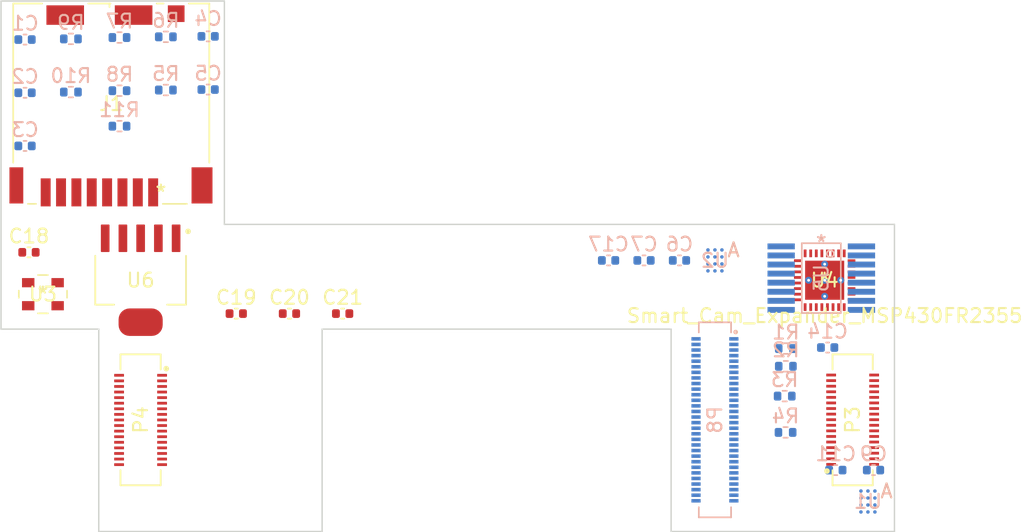
<source format=kicad_pcb>
(kicad_pcb (version 20211014) (generator pcbnew)
  (layers (0 "F.Cu" signal) (31 "B.Cu" signal) (34 "B.Paste" user) (35 "F.Paste" user) (36 "B.SilkS" user "B.Silkscreen") (37 "F.SilkS" user "F.Silkscreen") (38 "B.Mask" user) (39 "F.Mask" user) (44 "Edge.Cuts" user))
  (net 0 "")
  (net 1 "GND")
  (net 2 "+3.3V")
  (net 3 "+1V8")
  (net 4 "+2V8")
  (net 7 "/EXTCLK")
  (net 9 "Net-(P3-Pad12)")
  (net 10 "Net-(P3-Pad13)")
  (net 11 "Net-(P3-Pad14)")
  (net 12 "Net-(P3-Pad15)")
  (net 13 "Net-(P3-Pad16)")
  (net 14 "Net-(P3-Pad17)")
  (net 15 "Net-(P3-Pad18)")
  (net 16 "Net-(P3-Pad19)")
  (net 17 "Net-(P3-Pad21)")
  (net 18 "Net-(P3-Pad22)")
  (net 19 "Net-(P3-Pad24)")
  (net 20 "Net-(P3-Pad25)")
  (net 21 "Net-(P3-Pad27)")
  (net 22 "Net-(P3-Pad28)")
  (net 28 "Net-(P4-Pad12)")
  (net 29 "Net-(P4-Pad13)")
  (net 30 "Net-(P4-Pad18)")
  (net 31 "Net-(P4-Pad19)")
  (net 34 "Net-(P4-Pad24)")
  (net 35 "Net-(P4-Pad25)")
  (net 36 "Net-(P4-Pad27)")
  (net 37 "Net-(P4-Pad28)")
  (net 46 "/LEFT_SCL")
  (net 47 "/RIGHT_SCL")
  (net 48 "/LEFT_SDA")
  (net 49 "/RIGHT_SDA")
  (net 51 "Net-(J1-Pad1)")
  (net 53 "Net-(J1-Pad2)")
  (net 54 "Net-(P8-Pad39)")
  (net 55 "Net-(J1-Pad3)")
  (net 57 "Net-(J1-Pad5)")
  (net 59 "Net-(J1-Pad7)")
  (net 60 "/SENSOR_INT")
  (net 62 "Net-(J1-Pad8)")
  (net 65 "/STEM_SCL")
  (net 66 "/STEM_SDA")
  (net 67 "/LEFT_PWRDN")
  (net 68 "/LEFT_RESET")
  (net 69 "/LEFT_ATT_INT")
  (net 70 "/LEFT_ATT_XSHUT")
  (net 71 "/RIGHT_PWRDN")
  (net 72 "/RIGHT_RESET")
  (net 73 "/RIGHT_ATT_INT")
  (net 74 "/RIGHT_ATT_XSHUT")
  (net 75 "Net-(C20-Pad1)")
  (net 76 "Net-(P8-Pad42)")
  (net 77 "Net-(P8-Pad44)")
  (net 78 "Net-(P8-Pad45)")
  (net 79 "/STEM_INT")
  (net 82 "Net-(R1-Pad2)")
  (net 83 "Net-(R3-Pad1)")
  (net 84 "Net-(R4-Pad1)")
  (net 85 "/SYS_SDA_1V8")
  (net 86 "/SYS_SCL_1V8")
  (net 88 "Net-(J1-Pad9)")
  (net 98 "/MCU_SYS_INT_1V8")
  (net 99 "/STEM_INT_1V8")
  (net 106 "/STEM_SCL_1V8")
  (net 107 "/STEM_SDA_1V8")
  (footprint "MountingHole:MountingHole_2.2mm_M2" (layer "F.Cu") (at 109 85)
    (fp_text reference "H1" hide)
    (fp_text value "Left Side" hide)
    (pad "" np_thru_hole circle (at 0 0) (size 2.2 2.2) (drill 2.2) (layers *.Cu *.Mask))
  )
  (footprint "Ziloo:SOT127P706X180-6N" (layer "F.Cu") (at 63 70 -90)
    (fp_text reference "U6" (at 0 0) (layer "F.SilkS"))
    (fp_text value "TPS79628DCQ" hide)
    (pad "1" smd roundrect (at -3.005 -2.54 270) (size 1.97 0.62) (layers "F.Cu" "F.Paste" "F.Mask") (roundrect_rratio 0.08) (net 2 "+3.3V"))
    (pad "2" smd roundrect (at -3.005 -1.27 270) (size 1.97 0.62) (layers "F.Cu" "F.Paste" "F.Mask") (roundrect_rratio 0.08) (net 2 "+3.3V"))
    (pad "3" smd roundrect (at -3.005 0 270) (size 1.97 0.62) (layers "F.Cu" "F.Paste" "F.Mask") (roundrect_rratio 0.08) (net 1 "GND"))
    (pad "4" smd roundrect (at -3.005 1.27 270) (size 1.97 0.62) (layers "F.Cu" "F.Paste" "F.Mask") (roundrect_rratio 0.08) (net 4 "+2V8"))
    (pad "5" smd roundrect (at -3.005 2.54 270) (size 1.97 0.62) (layers "F.Cu" "F.Paste" "F.Mask") (roundrect_rratio 0.08) (net 75 "Net-(C20-Pad1)"))
    (pad "6" smd roundrect (at 3.005 0 270) (size 1.97 3.16) (layers "F.Cu" "F.Paste" "F.Mask") (roundrect_rratio 0.4) (net 1 "GND"))
  )
  (footprint "Ziloo:HIROSE_DF40C-34DS-0.4V(51)" (layer "F.Cu") (at 63 80 -90)
    (fp_text reference "P4" (at 0 0 90) (layer "F.SilkS"))
    (fp_text value "RIGHT-201" hide)
    (pad "1" smd rect (at -3.190845 -1.535394 270) (size 0.2 0.7) (layers "F.Cu" "F.Mask") (net 2 "+3.3V"))
    (pad "2" smd rect (at -3.190845 1.544606 90) (size 0.2 0.7) (layers "F.Cu" "F.Mask") (net 4 "+2V8"))
    (pad "3" smd rect (at -2.790845 -1.535394 270) (size 0.2 0.7) (layers "F.Cu" "F.Mask") (net 3 "+1V8"))
    (pad "4" smd rect (at -2.790845 1.544606 90) (size 0.2 0.7) (layers "F.Cu" "F.Mask") (net 3 "+1V8"))
    (pad "5" smd rect (at -2.390845 -1.535394 270) (size 0.2 0.7) (layers "F.Cu" "F.Mask") (net 1 "GND"))
    (pad "6" smd rect (at -2.390845 1.544606 90) (size 0.2 0.7) (layers "F.Cu" "F.Mask"))
    (pad "7" smd rect (at -1.990845 -1.535394 270) (size 0.2 0.7) (layers "F.Cu" "F.Mask"))
    (pad "8" smd rect (at -1.990845 1.544606 90) (size 0.2 0.7) (layers "F.Cu" "F.Mask") (net 7 "/EXTCLK"))
    (pad "9" smd rect (at -1.590845 -1.535394 270) (size 0.2 0.7) (layers "F.Cu" "F.Mask") (net 73 "/RIGHT_ATT_INT"))
    (pad "10" smd rect (at -1.590845 1.544606 90) (size 0.2 0.7) (layers "F.Cu" "F.Mask") (net 74 "/RIGHT_ATT_XSHUT"))
    (pad "11" smd rect (at -1.190845 -1.535394 270) (size 0.2 0.7) (layers "F.Cu" "F.Mask"))
    (pad "12" smd rect (at -1.190845 1.544606 90) (size 0.2 0.7) (layers "F.Cu" "F.Mask") (net 28 "Net-(P4-Pad12)"))
    (pad "13" smd rect (at -0.790845 -1.535394 270) (size 0.2 0.7) (layers "F.Cu" "F.Mask") (net 29 "Net-(P4-Pad13)"))
    (pad "14" smd rect (at -0.790845 1.544606 90) (size 0.2 0.7) (layers "F.Cu" "F.Mask") (net 11 "Net-(P3-Pad14)"))
    (pad "15" smd rect (at -0.390845 -1.535394 270) (size 0.2 0.7) (layers "F.Cu" "F.Mask") (net 12 "Net-(P3-Pad15)"))
    (pad "16" smd rect (at -0.390845 1.544606 90) (size 0.2 0.7) (layers "F.Cu" "F.Mask") (net 13 "Net-(P3-Pad16)"))
    (pad "17" smd rect (at 0.009155 -1.535394 270) (size 0.2 0.7) (layers "F.Cu" "F.Mask") (net 14 "Net-(P3-Pad17)"))
    (pad "18" smd rect (at 0.009155 1.544606 90) (size 0.2 0.7) (layers "F.Cu" "F.Mask") (net 30 "Net-(P4-Pad18)"))
    (pad "19" smd rect (at 0.409155 -1.535394 270) (size 0.2 0.7) (layers "F.Cu" "F.Mask") (net 31 "Net-(P4-Pad19)"))
    (pad "20" smd rect (at 0.409155 1.544606 90) (size 0.2 0.7) (layers "F.Cu" "F.Mask") (net 1 "GND"))
    (pad "21" smd rect (at 0.809155 -1.535394 270) (size 0.2 0.7) (layers "F.Cu" "F.Mask"))
    (pad "22" smd rect (at 0.809155 1.544606 90) (size 0.2 0.7) (layers "F.Cu" "F.Mask"))
    (pad "23" smd rect (at 1.209155 -1.535394 270) (size 0.2 0.7) (layers "F.Cu" "F.Mask") (net 1 "GND"))
    (pad "24" smd rect (at 1.209155 1.544606 90) (size 0.2 0.7) (layers "F.Cu" "F.Mask") (net 34 "Net-(P4-Pad24)"))
    (pad "25" smd rect (at 1.609155 -1.535394 270) (size 0.2 0.7) (layers "F.Cu" "F.Mask") (net 35 "Net-(P4-Pad25)"))
    (pad "26" smd rect (at 1.609155 1.544606 90) (size 0.2 0.7) (layers "F.Cu" "F.Mask") (net 1 "GND"))
    (pad "27" smd rect (at 2.009155 -1.535394 270) (size 0.2 0.7) (layers "F.Cu" "F.Mask") (net 36 "Net-(P4-Pad27)"))
    (pad "28" smd rect (at 2.009155 1.544606 90) (size 0.2 0.7) (layers "F.Cu" "F.Mask") (net 37 "Net-(P4-Pad28)"))
    (pad "29" smd rect (at 2.409155 -1.535394 270) (size 0.2 0.7) (layers "F.Cu" "F.Mask") (net 1 "GND"))
    (pad "30" smd rect (at 2.409155 1.544606 90) (size 0.2 0.7) (layers "F.Cu" "F.Mask"))
    (pad "31" smd rect (at 2.809155 -1.535394 270) (size 0.2 0.7) (layers "F.Cu" "F.Mask"))
    (pad "32" smd rect (at 2.809155 1.544606 90) (size 0.2 0.7) (layers "F.Cu" "F.Mask") (net 71 "/RIGHT_PWRDN"))
    (pad "33" smd rect (at 3.209155 -1.535394 270) (size 0.2 0.7) (layers "F.Cu" "F.Mask") (net 72 "/RIGHT_RESET"))
    (pad "34" smd rect (at 3.209155 1.544606 90) (size 0.2 0.7) (layers "F.Cu" "F.Mask") (net 1 "GND"))
  )
  (footprint "Ziloo:ASE-24.000MHZ-LC-T2" (layer "F.Cu") (at 56 71)
    (fp_text reference "U3" (at 0 0) (layer "F.SilkS"))
    (fp_text value "ASE-24.000MHZ-LC-T2" hide)
    (fp_text user "*" (at 0 0) (layer "F.SilkS"))
    (pad "1" smd rect (at -1.0541 -0.825) (size 0.889 0.6604) (layers "F.Cu" "F.Paste" "F.Mask") (net 2 "+3.3V"))
    (pad "2" smd rect (at -1.0541 0.825) (size 0.889 0.6604) (layers "F.Cu" "F.Paste" "F.Mask") (net 1 "GND"))
    (pad "3" smd rect (at 1.0541 0.825) (size 0.889 0.6604) (layers "F.Cu" "F.Paste" "F.Mask") (net 7 "/EXTCLK"))
    (pad "4" smd rect (at 1.0541 -0.825) (size 0.889 0.6604) (layers "F.Cu" "F.Paste" "F.Mask") (net 2 "+3.3V"))
  )
  (footprint "Ziloo:MSP430FR2355TRSMR" (layer "F.Cu") (at 111.999997 70)
    (fp_text reference "U4" (at 0 0) (layer "F.SilkS"))
    (fp_text value "Smart_Cam_Expander_MSP430FR2355" (at 0 2.54) (layer "F.SilkS"))
    (fp_text user "*" (at 0 0) (layer "F.SilkS"))
    (pad "1" smd rect (at -1.925 -1.400002 90) (size 0.2 0.549999) (layers "F.Cu" "F.Paste" "F.Mask"))
    (pad "2" smd rect (at -1.925 -1.000001 90) (size 0.2 0.549999) (layers "F.Cu" "F.Paste" "F.Mask"))
    (pad "3" smd rect (at -1.925 -0.600001 90) (size 0.2 0.549999) (layers "F.Cu" "F.Paste" "F.Mask"))
    (pad "4" smd rect (at -1.925 -0.200002 90) (size 0.2 0.549999) (layers "F.Cu" "F.Paste" "F.Mask"))
    (pad "5" smd rect (at -1.925 0.2 90) (size 0.2 0.549999) (layers "F.Cu" "F.Paste" "F.Mask") (net 3 "+1V8"))
    (pad "6" smd rect (at -1.925 0.599999 90) (size 0.2 0.549999) (layers "F.Cu" "F.Paste" "F.Mask") (net 1 "GND"))
    (pad "7" smd rect (at -1.925 0.999998 90) (size 0.2 0.549999) (layers "F.Cu" "F.Paste" "F.Mask"))
    (pad "8" smd rect (at -1.925 1.4 90) (size 0.2 0.549999) (layers "F.Cu" "F.Paste" "F.Mask"))
    (pad "9" smd rect (at -1.4 1.925) (size 0.2 0.549999) (layers "F.Cu" "F.Paste" "F.Mask"))
    (pad "10" smd rect (at -0.999998 1.925) (size 0.2 0.549999) (layers "F.Cu" "F.Paste" "F.Mask"))
    (pad "11" smd rect (at -0.599999 1.925) (size 0.2 0.549999) (layers "F.Cu" "F.Paste" "F.Mask") (net 86 "/SYS_SCL_1V8"))
    (pad "12" smd rect (at -0.2 1.925) (size 0.2 0.549999) (layers "F.Cu" "F.Paste" "F.Mask") (net 85 "/SYS_SDA_1V8"))
    (pad "13" smd rect (at 0.200002 1.925) (size 0.2 0.549999) (layers "F.Cu" "F.Paste" "F.Mask"))
    (pad "14" smd rect (at 0.600001 1.925) (size 0.2 0.549999) (layers "F.Cu" "F.Paste" "F.Mask"))
    (pad "15" smd rect (at 1.000001 1.925) (size 0.2 0.549999) (layers "F.Cu" "F.Paste" "F.Mask") (net 98 "/MCU_SYS_INT_1V8"))
    (pad "16" smd rect (at 1.400002 1.925) (size 0.2 0.549999) (layers "F.Cu" "F.Paste" "F.Mask") (net 99 "/STEM_INT_1V8"))
    (pad "17" smd rect (at 1.925 1.4 90) (size 0.2 0.549999) (layers "F.Cu" "F.Paste" "F.Mask"))
    (pad "18" smd rect (at 1.925 0.999998 90) (size 0.2 0.549999) (layers "F.Cu" "F.Paste" "F.Mask"))
    (pad "19" smd rect (at 1.925 0.599999 90) (size 0.2 0.549999) (layers "F.Cu" "F.Paste" "F.Mask"))
    (pad "20" smd rect (at 1.925 0.2 90) (size 0.2 0.549999) (layers "F.Cu" "F.Paste" "F.Mask"))
    (pad "21" smd rect (at 1.925 -0.200002 90) (size 0.2 0.549999) (layers "F.Cu" "F.Paste" "F.Mask"))
    (pad "22" smd rect (at 1.925 -0.600001 90) (size 0.2 0.549999) (layers "F.Cu" "F.Paste" "F.Mask"))
    (pad "23" smd rect (at 1.925 -1.000001 90) (size 0.2 0.549999) (layers "F.Cu" "F.Paste" "F.Mask") (net 74 "/RIGHT_ATT_XSHUT"))
    (pad "24" smd rect (at 1.925 -1.400002 90) (size 0.2 0.549999) (layers "F.Cu" "F.Paste" "F.Mask") (net 73 "/RIGHT_ATT_INT"))
    (pad "25" smd rect (at 1.400002 -1.925) (size 0.2 0.549999) (layers "F.Cu" "F.Paste" "F.Mask") (net 72 "/RIGHT_RESET"))
    (pad "26" smd rect (at 1.000001 -1.925) (size 0.2 0.549999) (layers "F.Cu" "F.Paste" "F.Mask") (net 71 "/RIGHT_PWRDN"))
    (pad "27" smd rect (at 0.600001 -1.925) (size 0.2 0.549999) (layers "F.Cu" "F.Paste" "F.Mask") (net 70 "/LEFT_ATT_XSHUT"))
    (pad "28" smd rect (at 0.200002 -1.925) (size 0.2 0.549999) (layers "F.Cu" "F.Paste" "F.Mask") (net 69 "/LEFT_ATT_INT"))
    (pad "29" smd rect (at -0.2 -1.925) (size 0.2 0.549999) (layers "F.Cu" "F.Paste" "F.Mask") (net 68 "/LEFT_RESET"))
    (pad "30" smd rect (at -0.599999 -1.925) (size 0.2 0.549999) (layers "F.Cu" "F.Paste" "F.Mask") (net 67 "/LEFT_PWRDN"))
    (pad "31" smd rect (at -0.999998 -1.925) (size 0.2 0.549999) (layers "F.Cu" "F.Paste" "F.Mask") (net 106 "/STEM_SCL_1V8"))
    (pad "32" smd rect (at -1.4 -1.925) (size 0.2 0.549999) (layers "F.Cu" "F.Paste" "F.Mask") (net 107 "/STEM_SDA_1V8"))
    (pad "33" smd rect (at 0.000003 0) (size 2.799999 2.799999) (layers "F.Cu" "F.Mask"))
    (pad "V" thru_hole circle (at 0.000003 -1.15) (size 0.499999 0.499999) (drill 0.2032) (layers *.Cu *.Mask))
    (pad "V" thru_hole circle (at -1.15 0) (size 0.499999 0.499999) (drill 0.2032) (layers *.Cu *.Mask))
    (pad "V" thru_hole circle (at 0.000003 1.15) (size 0.499999 0.499999) (drill 0.2032) (layers *.Cu *.Mask))
    (pad "V" thru_hole circle (at 1.15 0) (size 0.499999 0.499999) (drill 0.2032) (layers *.Cu *.Mask))
    (pad "V" thru_hole circle (at 0.000003 0) (size 0.499999 0.499999) (drill 0.2032) (layers *.Cu *.Mask))
  )
  (footprint "Capacitor_SMD:C_0402_1005Metric" (layer "F.Cu") (at 55 68)
    (fp_text reference "C18" (at 0 -1.16) (layer "F.SilkS"))
    (fp_text value "0.1uF" hide)
    (pad "1" smd roundrect (at -0.48 0) (size 0.56 0.62) (layers "F.Cu" "F.Paste" "F.Mask") (net 2 "+3.3V"))
    (pad "2" smd roundrect (at 0.48 0) (size 0.56 0.62) (layers "F.Cu" "F.Paste" "F.Mask") (net 1 "GND"))
  )
  (footprint "Capacitor_SMD:C_0402_1005Metric" (layer "F.Cu") (at 77.47 72.39)
    (fp_text reference "C21" (at 0 -1.16) (layer "F.SilkS"))
    (fp_text value "1uF" hide)
    (pad "1" smd roundrect (at -0.48 0) (size 0.56 0.62) (layers "F.Cu" "F.Paste" "F.Mask") (net 4 "+2V8"))
    (pad "2" smd roundrect (at 0.48 0) (size 0.56 0.62) (layers "F.Cu" "F.Paste" "F.Mask") (net 1 "GND"))
  )
  (footprint "Capacitor_SMD:C_0402_1005Metric" (layer "F.Cu") (at 73.66 72.39)
    (fp_text reference "C20" (at 0 -1.16) (layer "F.SilkS"))
    (fp_text value "0.1uF" hide)
    (pad "1" smd roundrect (at -0.48 0) (size 0.56 0.62) (layers "F.Cu" "F.Paste" "F.Mask") (net 75 "Net-(C20-Pad1)"))
    (pad "2" smd roundrect (at 0.48 0) (size 0.56 0.62) (layers "F.Cu" "F.Paste" "F.Mask") (net 1 "GND"))
  )
  (footprint "Ziloo:HIROSE_DF40C-34DS-0.4V(51)" (layer "F.Cu") (at 114 80 90)
    (fp_text reference "P3" (at 0 0 90) (layer "F.SilkS"))
    (fp_text value "LEFT-201" hide)
    (pad "1" smd rect (at -3.190845 -1.535394 90) (size 0.2 0.7) (layers "F.Cu" "F.Mask") (net 2 "+3.3V"))
    (pad "2" smd rect (at -3.190845 1.544606 270) (size 0.2 0.7) (layers "F.Cu" "F.Mask") (net 4 "+2V8"))
    (pad "3" smd rect (at -2.790845 -1.535394 90) (size 0.2 0.7) (layers "F.Cu" "F.Mask") (net 3 "+1V8"))
    (pad "4" smd rect (at -2.790845 1.544606 270) (size 0.2 0.7) (layers "F.Cu" "F.Mask") (net 3 "+1V8"))
    (pad "5" smd rect (at -2.390845 -1.535394 90) (size 0.2 0.7) (layers "F.Cu" "F.Mask") (net 1 "GND"))
    (pad "6" smd rect (at -2.390845 1.544606 270) (size 0.2 0.7) (layers "F.Cu" "F.Mask"))
    (pad "7" smd rect (at -1.990845 -1.535394 90) (size 0.2 0.7) (layers "F.Cu" "F.Mask"))
    (pad "8" smd rect (at -1.990845 1.544606 270) (size 0.2 0.7) (layers "F.Cu" "F.Mask") (net 7 "/EXTCLK"))
    (pad "9" smd rect (at -1.590845 -1.535394 90) (size 0.2 0.7) (layers "F.Cu" "F.Mask") (net 69 "/LEFT_ATT_INT"))
    (pad "10" smd rect (at -1.590845 1.544606 270) (size 0.2 0.7) (layers "F.Cu" "F.Mask") (net 70 "/LEFT_ATT_XSHUT"))
    (pad "11" smd rect (at -1.190845 -1.535394 90) (size 0.2 0.7) (layers "F.Cu" "F.Mask"))
    (pad "12" smd rect (at -1.190845 1.544606 270) (size 0.2 0.7) (layers "F.Cu" "F.Mask") (net 9 "Net-(P3-Pad12)"))
    (pad "13" smd rect (at -0.790845 -1.535394 90) (size 0.2 0.7) (layers "F.Cu" "F.Mask") (net 10 "Net-(P3-Pad13)"))
    (pad "14" smd rect (at -0.790845 1.544606 270) (size 0.2 0.7) (layers "F.Cu" "F.Mask") (net 11 "Net-(P3-Pad14)"))
    (pad "15" smd rect (at -0.390845 -1.535394 90) (size 0.2 0.7) (layers "F.Cu" "F.Mask") (net 12 "Net-(P3-Pad15)"))
    (pad "16" smd rect (at -0.390845 1.544606 270) (size 0.2 0.7) (layers "F.Cu" "F.Mask") (net 13 "Net-(P3-Pad16)"))
    (pad "17" smd rect (at 0.009155 -1.535394 90) (size 0.2 0.7) (layers "F.Cu" "F.Mask") (net 14 "Net-(P3-Pad17)"))
    (pad "18" smd rect (at 0.009155 1.544606 270) (size 0.2 0.7) (layers "F.Cu" "F.Mask") (net 15 "Net-(P3-Pad18)"))
    (pad "19" smd rect (at 0.409155 -1.535394 90) (size 0.2 0.7) (layers "F.Cu" "F.Mask") (net 16 "Net-(P3-Pad19)"))
    (pad "20" smd rect (at 0.409155 1.544606 270) (size 0.2 0.7) (layers "F.Cu" "F.Mask") (net 1 "GND"))
    (pad "21" smd rect (at 0.809155 -1.535394 90) (size 0.2 0.7) (layers "F.Cu" "F.Mask") (net 17 "Net-(P3-Pad21)"))
    (pad "22" smd rect (at 0.809155 1.544606 270) (size 0.2 0.7) (layers "F.Cu" "F.Mask") (net 18 "Net-(P3-Pad22)"))
    (pad "23" smd rect (at 1.209155 -1.535394 90) (size 0.2 0.7) (layers "F.Cu" "F.Mask") (net 1 "GND"))
    (pad "24" smd rect (at 1.209155 1.544606 270) (size 0.2 0.7) (layers "F.Cu" "F.Mask") (net 19 "Net-(P3-Pad24)"))
    (pad "25" smd rect (at 1.609155 -1.535394 90) (size 0.2 0.7) (layers "F.Cu" "F.Mask") (net 20 "Net-(P3-Pad25)"))
    (pad "26" smd rect (at 1.609155 1.544606 270) (size 0.2 0.7) (layers "F.Cu" "F.Mask") (net 1 "GND"))
    (pad "27" smd rect (at 2.009155 -1.535394 90) (size 0.2 0.7) (layers "F.Cu" "F.Mask") (net 21 "Net-(P3-Pad27)"))
    (pad "28" smd rect (at 2.009155 1.544606 270) (size 0.2 0.7) (layers "F.Cu" "F.Mask") (net 22 "Net-(P3-Pad28)"))
    (pad "29" smd rect (at 2.409155 -1.535394 90) (size 0.2 0.7) (layers "F.Cu" "F.Mask") (net 1 "GND"))
    (pad "30" smd rect (at 2.409155 1.544606 270) (size 0.2 0.7) (layers "F.Cu" "F.Mask"))
    (pad "31" smd rect (at 2.809155 -1.535394 90) (size 0.2 0.7) (layers "F.Cu" "F.Mask"))
    (pad "32" smd rect (at 2.809155 1.544606 270) (size 0.2 0.7) (layers "F.Cu" "F.Mask") (net 67 "/LEFT_PWRDN"))
    (pad "33" smd rect (at 3.209155 -1.535394 90) (size 0.2 0.7) (layers "F.Cu" "F.Mask") (net 68 "/LEFT_RESET"))
    (pad "34" smd rect (at 3.209155 1.544606 270) (size 0.2 0.7) (layers "F.Cu" "F.Mask") (net 1 "GND"))
  )
  (footprint "MountingHole:MountingHole_2.2mm_M2" (layer "F.Cu") (at 68 85)
    (fp_text reference "H2" hide)
    (fp_text value "Right Side" hide)
    (pad "" np_thru_hole circle (at 0 0) (size 2.2 2.2) (drill 2.2) (layers *.Cu *.Mask))
  )
  (footprint "Capacitor_SMD:C_0402_1005Metric" (layer "F.Cu") (at 69.85 72.39)
    (fp_text reference "C19" (at 0 -1.16) (layer "F.SilkS"))
    (fp_text value "2.2uF" hide)
    (pad "1" smd roundrect (at -0.48 0) (size 0.56 0.62) (layers "F.Cu" "F.Paste" "F.Mask") (net 2 "+3.3V"))
    (pad "2" smd roundrect (at 0.48 0) (size 0.56 0.62) (layers "F.Cu" "F.Paste" "F.Mask") (net 1 "GND"))
  )
  (footprint "Ziloo:DM3CS-SF" (layer "F.Cu") (at 60.896692 57.354245)
    (fp_text reference "J1" (at 0 0) (layer "F.SilkS"))
    (fp_text value "DM3CS-SF" hide)
    (fp_text user "*" (at 3.556 6.35) (layer "F.SilkS"))
    (fp_text user "*" (at 3.556 6.35) (layer "F.SilkS"))
    (pad "1" smd rect (at 2.999999 6.351501) (size 0.7112 2.0066) (layers "F.Cu" "F.Paste" "F.Mask") (net 51 "Net-(J1-Pad1)"))
    (pad "2" smd rect (at 1.899999 6.351501) (size 0.7112 2.0066) (layers "F.Cu" "F.Paste" "F.Mask") (net 53 "Net-(J1-Pad2)"))
    (pad "3" smd rect (at 0.799998 6.351501) (size 0.7112 2.0066) (layers "F.Cu" "F.Paste" "F.Mask") (net 55 "Net-(J1-Pad3)"))
    (pad "4" smd rect (at -0.300002 6.351501) (size 0.7112 2.0066) (layers "F.Cu" "F.Paste" "F.Mask") (net 2 "+3.3V"))
    (pad "5" smd rect (at -1.400002 6.351501) (size 0.7112 2.0066) (layers "F.Cu" "F.Paste" "F.Mask") (net 57 "Net-(J1-Pad5)"))
    (pad "6" smd rect (at -2.500003 6.351501) (size 0.7112 2.0066) (layers "F.Cu" "F.Paste" "F.Mask") (net 1 "GND"))
    (pad "7" smd rect (at -3.6 6.351501) (size 0.7112 2.0066) (layers "F.Cu" "F.Paste" "F.Mask") (net 59 "Net-(J1-Pad7)"))
    (pad "8" smd rect (at -4.700001 6.351501) (size 0.7112 2.0066) (layers "F.Cu" "F.Paste" "F.Mask") (net 62 "Net-(J1-Pad8)"))
    (pad "9" smd rect (at 1.599999 -6.348499) (size 2.6924 1.397) (layers "F.Cu" "F.Paste" "F.Mask") (net 88 "Net-(J1-Pad9)"))
    (pad "10" smd rect (at -6.799999 5.8515) (size 0.9906 2.5908) (layers "F.Cu" "F.Paste" "F.Mask") (net 1 "GND"))
    (pad "11" smd rect (at -3.300001 -6.348499) (size 2.6924 1.397) (layers "F.Cu" "F.Paste" "F.Mask") (net 1 "GND"))
    (pad "12" smd rect (at 4.650001 -6.448501) (size 1.1938 1.1938) (layers "F.Cu" "F.Paste" "F.Mask") (net 1 "GND"))
    (pad "13" smd rect (at 6.5 5.851499) (size 1.4986 2.5908) (layers "F.Cu" "F.Paste" "F.Mask") (net 1 "GND"))
  )
  (footprint "Capacitor_SMD:C_0402_1005Metric" (layer "B.Cu") (at 54.718528 52.759716 180)
    (fp_text reference "C1" (at 0 1.16) (layer "B.SilkS") (effects (justify mirror)))
    (fp_text value "1uF" hide)
    (pad "1" smd roundrect (at -0.48 0 180) (size 0.56 0.62) (layers "B.Cu" "B.Paste" "B.Mask") (net 1 "GND"))
    (pad "2" smd roundrect (at 0.48 0 180) (size 0.56 0.62) (layers "B.Cu" "B.Paste" "B.Mask") (net 2 "+3.3V"))
  )
  (footprint "Capacitor_SMD:C_0402_1005Metric" (layer "B.Cu") (at 112.8 83.6 180)
    (fp_text reference "C11" (at 0 1.16) (layer "B.SilkS") (effects (justify mirror)))
    (fp_text value "100nF" hide)
    (pad "1" smd roundrect (at -0.48 0 180) (size 0.56 0.62) (layers "B.Cu" "B.Paste" "B.Mask") (net 2 "+3.3V"))
    (pad "2" smd roundrect (at 0.48 0 180) (size 0.56 0.62) (layers "B.Cu" "B.Paste" "B.Mask") (net 1 "GND"))
  )
  (footprint "Ziloo:TCA9534PWR" (layer "B.Cu") (at 111.76 69.85 180)
    (fp_text reference "U5" (at 0 0 90) (layer "B.SilkS") (effects (justify mirror)))
    (fp_text value "TCA9534PWR" hide)
    (fp_text user "*" (at 0 2.54) (layer "B.SilkS") (effects (justify mirror)))
    (pad "1" smd rect (at -2.875384 2.274999 180) (size 1.955432 0.420766) (layers "B.Cu" "B.Paste" "B.Mask") (net 84 "Net-(R4-Pad1)"))
    (pad "2" smd rect (at -2.875384 1.625001 180) (size 1.955432 0.420766) (layers "B.Cu" "B.Paste" "B.Mask") (net 83 "Net-(R3-Pad1)"))
    (pad "3" smd rect (at -2.875384 0.974999 180) (size 1.955432 0.420766) (layers "B.Cu" "B.Paste" "B.Mask") (net 82 "Net-(R1-Pad2)"))
    (pad "4" smd rect (at -2.875384 0.325001 180) (size 1.955432 0.420766) (layers "B.Cu" "B.Paste" "B.Mask") (net 67 "/LEFT_PWRDN"))
    (pad "5" smd rect (at -2.875384 -0.325001 180) (size 1.955432 0.420766) (layers "B.Cu" "B.Paste" "B.Mask") (net 68 "/LEFT_RESET"))
    (pad "6" smd rect (at -2.875384 -0.974999 180) (size 1.955432 0.420766) (layers "B.Cu" "B.Paste" "B.Mask") (net 69 "/LEFT_ATT_INT"))
    (pad "7" smd rect (at -2.875384 -1.625001 180) (size 1.955432 0.420766) (layers "B.Cu" "B.Paste" "B.Mask") (net 70 "/LEFT_ATT_XSHUT"))
    (pad "8" smd rect (at -2.875384 -2.274999 180) (size 1.955432 0.420766) (layers "B.Cu" "B.Paste" "B.Mask") (net 1 "GND"))
    (pad "9" smd rect (at 2.875384 -2.274999 180) (size 1.955432 0.420766) (layers "B.Cu" "B.Paste" "B.Mask") (net 71 "/RIGHT_PWRDN"))
    (pad "10" smd rect (at 2.875384 -1.625001 180) (size 1.955432 0.420766) (layers "B.Cu" "B.Paste" "B.Mask") (net 72 "/RIGHT_RESET"))
    (pad "11" smd rect (at 2.875384 -0.974999 180) (size 1.955432 0.420766) (layers "B.Cu" "B.Paste" "B.Mask") (net 73 "/RIGHT_ATT_INT"))
    (pad "12" smd rect (at 2.875384 -0.325001 180) (size 1.955432 0.420766) (layers "B.Cu" "B.Paste" "B.Mask") (net 74 "/RIGHT_ATT_XSHUT"))
    (pad "13" smd rect (at 2.875384 0.325001 180) (size 1.955432 0.420766) (layers "B.Cu" "B.Paste" "B.Mask") (net 60 "/SENSOR_INT"))
    (pad "14" smd rect (at 2.875384 0.974999 180) (size 1.955432 0.420766) (layers "B.Cu" "B.Paste" "B.Mask") (net 86 "/SYS_SCL_1V8"))
    (pad "15" smd rect (at 2.875384 1.625001 180) (size 1.955432 0.420766) (layers "B.Cu" "B.Paste" "B.Mask") (net 85 "/SYS_SDA_1V8"))
    (pad "16" smd rect (at 2.875384 2.274999 180) (size 1.955432 0.420766) (layers "B.Cu" "B.Paste" "B.Mask") (net 3 "+1V8"))
  )
  (footprint "Resistor_SMD:R_0402_1005Metric" (layer "B.Cu") (at 61.485089 56.422617 180)
    (fp_text reference "R8" (at 0 1.17) (layer "B.SilkS") (effects (justify mirror)))
    (fp_text value "47K" hide)
    (pad "1" smd roundrect (at -0.51 0 180) (size 0.54 0.64) (layers "B.Cu" "B.Paste" "B.Mask") (net 57 "Net-(J1-Pad5)"))
    (pad "2" smd roundrect (at 0.51 0 180) (size 0.54 0.64) (layers "B.Cu" "B.Paste" "B.Mask") (net 2 "+3.3V"))
  )
  (footprint "Resistor_SMD:R_0402_1005Metric" (layer "B.Cu") (at 109.22 76.164032 180)
    (fp_text reference "R2" (at 0 1.17) (layer "B.SilkS") (effects (justify mirror)))
    (fp_text value "10K" hide)
    (pad "1" smd roundrect (at -0.51 0 180) (size 0.54 0.64) (layers "B.Cu" "B.Paste" "B.Mask") (net 3 "+1V8"))
    (pad "2" smd roundrect (at 0.51 0 180) (size 0.54 0.64) (layers "B.Cu" "B.Paste" "B.Mask") (net 60 "/SENSOR_INT"))
  )
  (footprint "Resistor_SMD:R_0402_1005Metric" (layer "B.Cu") (at 64.804759 56.373584 180)
    (fp_text reference "R5" (at 0 1.17) (layer "B.SilkS") (effects (justify mirror)))
    (fp_text value "47K" hide)
    (pad "1" smd roundrect (at -0.51 0 180) (size 0.54 0.64) (layers "B.Cu" "B.Paste" "B.Mask") (net 51 "Net-(J1-Pad1)"))
    (pad "2" smd roundrect (at 0.51 0 180) (size 0.54 0.64) (layers "B.Cu" "B.Paste" "B.Mask") (net 2 "+3.3V"))
  )
  (footprint "Resistor_SMD:R_0402_1005Metric" (layer "B.Cu") (at 58.003743 52.710683 180)
    (fp_text reference "R9" (at 0 1.17) (layer "B.SilkS") (effects (justify mirror)))
    (fp_text value "47K" hide)
    (pad "1" smd roundrect (at -0.51 0 180) (size 0.54 0.64) (layers "B.Cu" "B.Paste" "B.Mask") (net 59 "Net-(J1-Pad7)"))
    (pad "2" smd roundrect (at 0.51 0 180) (size 0.54 0.64) (layers "B.Cu" "B.Paste" "B.Mask") (net 2 "+3.3V"))
  )
  (footprint "Resistor_SMD:R_0402_1005Metric" (layer "B.Cu") (at 61.485089 52.612617 180)
    (fp_text reference "R7" (at 0 1.17) (layer "B.SilkS") (effects (justify mirror)))
    (fp_text value "47K" hide)
    (pad "1" smd roundrect (at -0.51 0 180) (size 0.54 0.64) (layers "B.Cu" "B.Paste" "B.Mask") (net 55 "Net-(J1-Pad3)"))
    (pad "2" smd roundrect (at 0.51 0 180) (size 0.54 0.64) (layers "B.Cu" "B.Paste" "B.Mask") (net 2 "+3.3V"))
  )
  (footprint "Capacitor_SMD:C_0402_1005Metric" (layer "B.Cu") (at 96.52 68.58 180)
    (fp_text reference "C17" (at 0 1.16) (layer "B.SilkS") (effects (justify mirror)))
    (fp_text value "100nF" hide)
    (pad "1" smd roundrect (at -0.48 0 180) (size 0.56 0.62) (layers "B.Cu" "B.Paste" "B.Mask") (net 1 "GND"))
    (pad "2" smd roundrect (at 0.48 0 180) (size 0.56 0.62) (layers "B.Cu" "B.Paste" "B.Mask") (net 3 "+1V8"))
  )
  (footprint "Resistor_SMD:R_0402_1005Metric" (layer "B.Cu") (at 109.22 74.894032 180)
    (fp_text reference "R1" (at 0 1.17) (layer "B.SilkS") (effects (justify mirror)))
    (fp_text value "10K" hide)
    (pad "1" smd roundrect (at -0.51 0 180) (size 0.54 0.64) (layers "B.Cu" "B.Paste" "B.Mask") (net 3 "+1V8"))
    (pad "2" smd roundrect (at 0.51 0 180) (size 0.54 0.64) (layers "B.Cu" "B.Paste" "B.Mask") (net 82 "Net-(R1-Pad2)"))
  )
  (footprint "Resistor_SMD:R_0402_1005Metric" (layer "B.Cu") (at 61.485089 58.962617 180)
    (fp_text reference "R11" (at 0 1.17) (layer "B.SilkS") (effects (justify mirror)))
    (fp_text value "47K" hide)
    (pad "1" smd roundrect (at -0.51 0 180) (size 0.54 0.64) (layers "B.Cu" "B.Paste" "B.Mask") (net 88 "Net-(J1-Pad9)"))
    (pad "2" smd roundrect (at 0.51 0 180) (size 0.54 0.64) (layers "B.Cu" "B.Paste" "B.Mask") (net 2 "+3.3V"))
  )
  (footprint "Resistor_SMD:R_0402_1005Metric" (layer "B.Cu") (at 109.2 80.9 180)
    (fp_text reference "R4" (at 0 1.17) (layer "B.SilkS") (effects (justify mirror)))
    (fp_text value "10K" hide)
    (pad "1" smd roundrect (at -0.51 0 180) (size 0.54 0.64) (layers "B.Cu" "B.Paste" "B.Mask") (net 84 "Net-(R4-Pad1)"))
    (pad "2" smd roundrect (at 0.51 0 180) (size 0.54 0.64) (layers "B.Cu" "B.Paste" "B.Mask") (net 1 "GND"))
  )
  (footprint "Ziloo:TXS0104EYZTR" (layer "B.Cu") (at 104.14 68.58 180)
    (fp_text reference "U2" (at 0 0) (layer "B.SilkS") (effects (justify mirror)))
    (fp_text value "TXS0104" hide)
    (fp_text user "A" (at -1.335 0.75) (layer "B.SilkS") (effects (justify mirror)))
    (fp_text user "A" (at -1.335 0.75) (layer "F.SilkS"))
    (pad "A1" smd circle (at -0.5 0.75 180) (size 0.25 0.25) (layers "B.Cu" "B.Paste" "B.Mask"))
    (pad "A2" smd circle (at 0 0.75 180) (size 0.25 0.25) (layers "B.Cu" "B.Paste" "B.Mask") (net 85 "/SYS_SDA_1V8"))
    (pad "A3" smd circle (at 0.5 0.75 180) (size 0.25 0.25) (layers "B.Cu" "B.Paste" "B.Mask") (net 86 "/SYS_SCL_1V8"))
    (pad "B1" smd circle (at -0.5 0.25 180) (size 0.25 0.25) (layers "B.Cu" "B.Paste" "B.Mask") (net 3 "+1V8"))
    (pad "B2" smd circle (at 0 0.25 180) (size 0.25 0.25) (layers "B.Cu" "B.Paste" "B.Mask") (net 2 "+3.3V"))
    (pad "B3" smd circle (at 0.5 0.25 180) (size 0.25 0.25) (layers "B.Cu" "B.Paste" "B.Mask") (net 54 "Net-(P8-Pad39)"))
    (pad "C1" smd circle (at -0.5 -0.25 180) (size 0.25 0.25) (layers "B.Cu" "B.Paste" "B.Mask"))
    (pad "C2" smd circle (at 0 -0.25 180) (size 0.25 0.25) (layers "B.Cu" "B.Paste" "B.Mask") (net 77 "Net-(P8-Pad44)"))
    (pad "C3" smd circle (at 0.5 -0.25 180) (size 0.25 0.25) (layers "B.Cu" "B.Paste" "B.Mask") (net 76 "Net-(P8-Pad42)"))
    (pad "D1" smd circle (at -0.5 -0.75 180) (size 0.25 0.25) (layers "B.Cu" "B.Paste" "B.Mask") (net 78 "Net-(P8-Pad45)"))
    (pad "D2" smd circle (at 0 -0.75 180) (size 0.25 0.25) (layers "B.Cu" "B.Paste" "B.Mask") (net 1 "GND"))
    (pad "D3" smd circle (at 0.5 -0.75 180) (size 0.25 0.25) (layers "B.Cu" "B.Paste" "B.Mask") (net 60 "/SENSOR_INT"))
  )
  (footprint "Capacitor_SMD:C_0402_1005Metric" (layer "B.Cu") (at 112.213946 74.821484 180)
    (fp_text reference "C14" (at 0 1.16) (layer "B.SilkS") (effects (justify mirror)))
    (fp_text value "100nF" hide)
    (pad "1" smd roundrect (at -0.48 0 180) (size 0.56 0.62) (layers "B.Cu" "B.Paste" "B.Mask") (net 2 "+3.3V"))
    (pad "2" smd roundrect (at 0.48 0 180) (size 0.56 0.62) (layers "B.Cu" "B.Paste" "B.Mask") (net 1 "GND"))
  )
  (footprint "Capacitor_SMD:C_0402_1005Metric" (layer "B.Cu") (at 67.835 52.53 180)
    (fp_text reference "C4" (at 0 1.27) (layer "B.SilkS") (effects (justify mirror)))
    (fp_text value "100nF" hide)
    (pad "1" smd roundrect (at -0.48 0 180) (size 0.56 0.62) (layers "B.Cu" "B.Paste" "B.Mask") (net 1 "GND"))
    (pad "2" smd roundrect (at 0.48 0 180) (size 0.56 0.62) (layers "B.Cu" "B.Paste" "B.Mask") (net 2 "+3.3V"))
  )
  (footprint "Capacitor_SMD:C_0402_1005Metric" (layer "B.Cu") (at 54.718528 56.569716 180)
    (fp_text reference "C2" (at 0 1.16) (layer "B.SilkS") (effects (justify mirror)))
    (fp_text value "1uF" hide)
    (pad "1" smd roundrect (at -0.48 0 180) (size 0.56 0.62) (layers "B.Cu" "B.Paste" "B.Mask") (net 1 "GND"))
    (pad "2" smd roundrect (at 0.48 0 180) (size 0.56 0.62) (layers "B.Cu" "B.Paste" "B.Mask") (net 2 "+3.3V"))
  )
  (footprint "Capacitor_SMD:C_0402_1005Metric" (layer "B.Cu") (at 54.718528 60.379716 180)
    (fp_text reference "C3" (at 0 1.16) (layer "B.SilkS") (effects (justify mirror)))
    (fp_text value "100nF" hide)
    (pad "1" smd roundrect (at -0.48 0 180) (size 0.56 0.62) (layers "B.Cu" "B.Paste" "B.Mask") (net 1 "GND"))
    (pad "2" smd roundrect (at 0.48 0 180) (size 0.56 0.62) (layers "B.Cu" "B.Paste" "B.Mask") (net 2 "+3.3V"))
  )
  (footprint "Resistor_SMD:R_0402_1005Metric" (layer "B.Cu") (at 58.003743 56.520683 180)
    (fp_text reference "R10" (at 0 1.17) (layer "B.SilkS") (effects (justify mirror)))
    (fp_text value "47K" hide)
    (pad "1" smd roundrect (at -0.51 0 180) (size 0.54 0.64) (layers "B.Cu" "B.Paste" "B.Mask") (net 62 "Net-(J1-Pad8)"))
    (pad "2" smd roundrect (at 0.51 0 180) (size 0.54 0.64) (layers "B.Cu" "B.Paste" "B.Mask") (net 2 "+3.3V"))
  )
  (footprint "Capacitor_SMD:C_0402_1005Metric" (layer "B.Cu") (at 101.6 68.58 180)
    (fp_text reference "C6" (at 0 1.16) (layer "B.SilkS") (effects (justify mirror)))
    (fp_text value "100nF" hide)
    (pad "1" smd roundrect (at -0.48 0 180) (size 0.56 0.62) (layers "B.Cu" "B.Paste" "B.Mask") (net 2 "+3.3V"))
    (pad "2" smd roundrect (at 0.48 0 180) (size 0.56 0.62) (layers "B.Cu" "B.Paste" "B.Mask") (net 1 "GND"))
  )
  (footprint "Ziloo:DF40C-60DP-0.4V51" (layer "B.Cu") (at 104.14 80 -90)
    (fp_text reference "P8" (at 0 0 90) (layer "B.SilkS") (effects (justify mirror)))
    (fp_text value "202-SMART-CAM-P" hide)
    (pad "1" smd rect (at -5.799999 -1.355001 270) (size 0.254 0.6604) (layers "B.Cu" "B.Paste" "B.Mask"))
    (pad "2" smd rect (at -5.799999 1.355001 270) (size 0.254 0.6604) (layers "B.Cu" "B.Paste" "B.Mask"))
    (pad "3" smd rect (at -5.399999 -1.355001 270) (size 0.254 0.6604) (layers "B.Cu" "B.Paste" "B.Mask"))
    (pad "4" smd rect (at -5.399999 1.355001 270) (size 0.254 0.6604) (layers "B.Cu" "B.Paste" "B.Mask"))
    (pad "5" smd rect (at -5 -1.355001 270) (size 0.254 0.6604) (layers "B.Cu" "B.Paste" "B.Mask") (net 1 "GND"))
    (pad "6" smd rect (at -5 1.355001 270) (size 0.254 0.6604) (layers "B.Cu" "B.Paste" "B.Mask") (net 2 "+3.3V"))
    (pad "7" smd rect (at -4.599998 -1.355001 270) (size 0.254 0.6604) (layers "B.Cu" "B.Paste" "B.Mask") (net 18 "Net-(P3-Pad22)"))
    (pad "8" smd rect (at -4.599998 1.355001 270) (size 0.254 0.6604) (layers "B.Cu" "B.Paste" "B.Mask"))
    (pad "9" smd rect (at -4.199999 -1.355001 270) (size 0.254 0.6604) (layers "B.Cu" "B.Paste" "B.Mask") (net 17 "Net-(P3-Pad21)"))
    (pad "10" smd rect (at -4.199999 1.355001 270) (size 0.254 0.6604) (layers "B.Cu" "B.Paste" "B.Mask"))
    (pad "11" smd rect (at -3.8 -1.355001 270) (size 0.254 0.6604) (layers "B.Cu" "B.Paste" "B.Mask") (net 1 "GND"))
    (pad "12" smd rect (at -3.8 1.355001 270) (size 0.254 0.6604) (layers "B.Cu" "B.Paste" "B.Mask") (net 3 "+1V8"))
    (pad "13" smd rect (at -3.400001 -1.355001 270) (size 0.254 0.6604) (layers "B.Cu" "B.Paste" "B.Mask") (net 20 "Net-(P3-Pad25)"))
    (pad "14" smd rect (at -3.400001 1.355001 270) (size 0.254 0.6604) (layers "B.Cu" "B.Paste" "B.Mask") (net 35 "Net-(P4-Pad25)"))
    (pad "15" smd rect (at -2.999999 -1.355001 270) (size 0.254 0.6604) (layers "B.Cu" "B.Paste" "B.Mask") (net 19 "Net-(P3-Pad24)"))
    (pad "16" smd rect (at -2.999999 1.355001 270) (size 0.254 0.6604) (layers "B.Cu" "B.Paste" "B.Mask") (net 34 "Net-(P4-Pad24)"))
    (pad "17" smd rect (at -2.6 -1.355001 270) (size 0.254 0.6604) (layers "B.Cu" "B.Paste" "B.Mask") (net 1 "GND"))
    (pad "18" smd rect (at -2.6 1.355001 270) (size 0.254 0.6604) (layers "B.Cu" "B.Paste" "B.Mask") (net 1 "GND"))
    (pad "19" smd rect (at -2.200001 -1.355001 270) (size 0.254 0.6604) (layers "B.Cu" "B.Paste" "B.Mask") (net 22 "Net-(P3-Pad28)"))
    (pad "20" smd rect (at -2.200001 1.355001 270) (size 0.254 0.6604) (layers "B.Cu" "B.Paste" "B.Mask") (net 37 "Net-(P4-Pad28)"))
    (pad "21" smd rect (at -1.799999 -1.355001 270) (size 0.254 0.6604) (layers "B.Cu" "B.Paste" "B.Mask") (net 21 "Net-(P3-Pad27)"))
    (pad "22" smd rect (at -1.799999 1.355001 270) (size 0.254 0.6604) (layers "B.Cu" "B.Paste" "B.Mask") (net 36 "Net-(P4-Pad27)"))
    (pad "23" smd rect (at -1.4 -1.355001 270) (size 0.254 0.6604) (layers "B.Cu" "B.Paste" "B.Mask") (net 1 "GND"))
    (pad "24" smd rect (at -1.4 1.355001 270) (size 0.254 0.6604) (layers "B.Cu" "B.Paste" "B.Mask") (net 2 "+3.3V"))
    (pad "25" smd rect (at -1.000001 -1.355001 270) (size 0.254 0.6604) (layers "B.Cu" "B.Paste" "B.Mask") (net 16 "Net-(P3-Pad19)"))
    (pad "26" smd rect (at -1.000001 1.355001 270) (size 0.254 0.6604) (layers "B.Cu" "B.Paste" "B.Mask") (net 31 "Net-(P4-Pad19)"))
    (pad "27" smd rect (at -0.599999 -1.355001 270) (size 0.254 0.6604) (layers "B.Cu" "B.Paste" "B.Mask") (net 15 "Net-(P3-Pad18)"))
    (pad "28" smd rect (at -0.599999 1.355001 270) (size 0.254 0.6604) (layers "B.Cu" "B.Paste" "B.Mask") (net 30 "Net-(P4-Pad18)"))
    (pad "29" smd rect (at -0.2 -1.355001 270) (size 0.254 0.6604) (layers "B.Cu" "B.Paste" "B.Mask") (net 1 "GND"))
    (pad "30" smd rect (at -0.2 1.355001 270) (size 0.254 0.6604) (layers "B.Cu" "B.Paste" "B.Mask") (net 3 "+1V8"))
    (pad "31" smd rect (at 0.2 -1.355001 270) (size 0.254 0.6604) (layers "B.Cu" "B.Paste" "B.Mask") (net 46 "/LEFT_SCL"))
    (pad "32" smd rect (at 0.2 1.355001 270) (size 0.254 0.6604) (layers "B.Cu" "B.Paste" "B.Mask") (net 47 "/RIGHT_SCL"))
    (pad "33" smd rect (at 0.599999 -1.355001 270) (size 0.254 0.6604) (layers "B.Cu" "B.Paste" "B.Mask") (net 48 "/LEFT_SDA"))
    (pad "34" smd rect (at 0.599999 1.355001 270) (size 0.254 0.6604) (layers "B.Cu" "B.Paste" "B.Mask") (net 49 "/RIGHT_SDA"))
    (pad "35" smd rect (at 1.000001 -1.355001 270) (size 0.254 0.6604) (layers "B.Cu" "B.Paste" "B.Mask"))
    (pad "36" smd rect (at 1.000001 1.355001 270) (size 0.254 0.6604) (layers "B.Cu" "B.Paste" "B.Mask") (net 65 "/STEM_SCL"))
    (pad "37" smd rect (at 1.4 -1.355001 270) (size 0.254 0.6604) (layers "B.Cu" "B.Paste" "B.Mask"))
    (pad "38" smd rect (at 1.4 1.355001 270) (size 0.254 0.6604) (layers "B.Cu" "B.Paste" "B.Mask") (net 66 "/STEM_SDA"))
    (pad "39" smd rect (at 1.799999 -1.355001 270) (size 0.254 0.6604) (layers "B.Cu" "B.Paste" "B.Mask") (net 54 "Net-(P8-Pad39)"))
    (pad "40" smd rect (at 1.799999 1.355001 270) (size 0.254 0.6604) (layers "B.Cu" "B.Paste" "B.Mask") (net 79 "/STEM_INT"))
    (pad "41" smd rect (at 2.200001 -1.355001 270) (size 0.254 0.6604) (layers "B.Cu" "B.Paste" "B.Mask"))
    (pad "42" smd rect (at 2.200001 1.355001 270) (size 0.254 0.6604) (layers "B.Cu" "B.Paste" "B.Mask") (net 76 "Net-(P8-Pad42)"))
    (pad "43" smd rect (at 2.6 -1.355001 270) (size 0.254 0.6604) (layers "B.Cu" "B.Paste" "B.Mask"))
    (pad "44" smd rect (at 2.6 1.355001 270) (size 0.254 0.6604) (layers "B.Cu" "B.Paste" "B.Mask") (net 77 "Net-(P8-Pad44)"))
    (pad "45" smd rect (at 2.999999 -1.355001 270) (size 0.254 0.6604) (layers "B.Cu" "B.Paste" "B.Mask") (net 78 "Net-(P8-Pad45)"))
    (pad "46" smd rect (at 2.999999 1.355001 270) (size 0.254 0.6604) (layers "B.Cu" "B.Paste" "B.Mask"))
    (pad "47" smd rect (at 3.399998 -1.355001 270) (size 0.254 0.6604) (layers "B.Cu" "B.Paste" "B.Mask") (net 88 "Net-(J1-Pad9)"))
    (pad "48" smd rect (at 3.399998 1.355001 270) (size 0.254 0.6604) (layers "B.Cu" "B.Paste" "B.Mask") (net 14 "Net-(P3-Pad17)"))
    (pad "49" smd rect (at 3.8 -1.355001 270) (size 0.254 0.6604) (layers "B.Cu" "B.Paste" "B.Mask") (net 53 "Net-(J1-Pad2)"))
    (pad "50" smd rect (at 3.8 1.355001 270) (size 0.254 0.6604) (layers "B.Cu" "B.Paste" "B.Mask") (net 13 "Net-(P3-Pad16)"))
    (pad "51" smd rect (at 4.199999 -1.355001 270) (size 0.254 0.6604) (layers "B.Cu" "B.Paste" "B.Mask") (net 51 "Net-(J1-Pad1)"))
    (pad "52" smd rect (at 4.199999 1.355001 270) (size 0.254 0.6604) (layers "B.Cu" "B.Paste" "B.Mask") (net 12 "Net-(P3-Pad15)"))
    (pad "53" smd rect (at 4.599998 -1.355001 270) (size 0.254 0.6604) (layers "B.Cu" "B.Paste" "B.Mask") (net 62 "Net-(J1-Pad8)"))
    (pad "54" smd rect (at 4.599998 1.355001 270) (size 0.254 0.6604) (layers "B.Cu" "B.Paste" "B.Mask") (net 11 "Net-(P3-Pad14)"))
    (pad "55" smd rect (at 5 -1.355001 270) (size 0.254 0.6604) (layers "B.Cu" "B.Paste" "B.Mask") (net 59 "Net-(J1-Pad7)"))
    (pad "56" smd rect (at 5 1.355001 270) (size 0.254 0.6604) (layers "B.Cu" "B.Paste" "B.Mask") (net 1 "GND"))
    (pad "57" smd rect (at 5.399999 -1.355001 270) (size 0.254 0.6604) (layers "B.Cu" "B.Paste" "B.Mask") (net 57 "Net-(J1-Pad5)"))
    (pad "58" smd rect (at 5.399999 1.355001 270) (size 0.254 0.6604) (layers "B.Cu" "B.Paste" "B.Mask"))
    (pad "59" smd rect (at 5.799999 -1.355001 270) (size 0.254 0.6604) (layers "B.Cu" "B.Paste" "B.Mask") (net 55 "Net-(J1-Pad3)"))
    (pad "60" smd rect (at 5.799999 1.355001 270) (size 0.254 0.6604) (layers "B.Cu" "B.Paste" "B.Mask"))
  )
  (footprint "Capacitor_SMD:C_0402_1005Metric" (layer "B.Cu") (at 115.5 83.6 180)
    (fp_text reference "C9" (at 0 1.16) (layer "B.SilkS") (effects (justify mirror)))
    (fp_text value "100nF" hide)
    (pad "1" smd roundrect (at -0.48 0 180) (size 0.56 0.62) (layers "B.Cu" "B.Paste" "B.Mask") (net 3 "+1V8"))
    (pad "2" smd roundrect (at 0.48 0 180) (size 0.56 0.62) (layers "B.Cu" "B.Paste" "B.Mask") (net 1 "GND"))
  )
  (footprint "Ziloo:TXS0104EYZTR" (layer "B.Cu") (at 115.1 85.85 180)
    (fp_text reference "U1" (at 0 0) (layer "B.SilkS") (effects (justify mirror)))
    (fp_text value "TXS0104" hide)
    (fp_text user "A" (at -1.335 0.75) (layer "B.SilkS") (effects (justify mirror)))
    (fp_text user "A" (at -1.335 0.75) (layer "F.SilkS"))
    (pad "A1" smd circle (at -0.5 0.75 180) (size 0.25 0.25) (layers "B.Cu" "B.Paste" "B.Mask") (net 9 "Net-(P3-Pad12)"))
    (pad "A2" smd circle (at 0 0.75 180) (size 0.25 0.25) (layers "B.Cu" "B.Paste" "B.Mask") (net 10 "Net-(P3-Pad13)"))
    (pad "A3" smd circle (at 0.5 0.75 180) (size 0.25 0.25) (layers "B.Cu" "B.Paste" "B.Mask") (net 28 "Net-(P4-Pad12)"))
    (pad "B1" smd circle (at -0.5 0.25 180) (size 0.25 0.25) (layers "B.Cu" "B.Paste" "B.Mask") (net 3 "+1V8"))
    (pad "B2" smd circle (at 0 0.25 180) (size 0.25 0.25) (layers "B.Cu" "B.Paste" "B.Mask") (net 2 "+3.3V"))
    (pad "B3" smd circle (at 0.5 0.25 180) (size 0.25 0.25) (layers "B.Cu" "B.Paste" "B.Mask") (net 54 "Net-(P8-Pad39)"))
    (pad "C1" smd circle (at -0.5 -0.25 180) (size 0.25 0.25) (layers "B.Cu" "B.Paste" "B.Mask") (net 46 "/LEFT_SCL"))
    (pad "C2" smd circle (at 0 -0.25 180) (size 0.25 0.25) (layers "B.Cu" "B.Paste" "B.Mask") (net 48 "/LEFT_SDA"))
    (pad "C3" smd circle (at 0.5 -0.25 180) (size 0.25 0.25) (layers "B.Cu" "B.Paste" "B.Mask") (net 47 "/RIGHT_SCL"))
    (pad "D1" smd circle (at -0.5 -0.75 180) (size 0.25 0.25) (layers "B.Cu" "B.Paste" "B.Mask") (net 49 "/RIGHT_SDA"))
    (pad "D2" smd circle (at 0 -0.75 180) (size 0.25 0.25) (layers "B.Cu" "B.Paste" "B.Mask") (net 1 "GND"))
    (pad "D3" smd circle (at 0.5 -0.75 180) (size 0.25 0.25) (layers "B.Cu" "B.Paste" "B.Mask") (net 29 "Net-(P4-Pad13)"))
  )
  (footprint "Capacitor_SMD:C_0402_1005Metric" (layer "B.Cu") (at 99.06 68.58 180)
    (fp_text reference "C7" (at 0 1.16) (layer "B.SilkS") (effects (justify mirror)))
    (fp_text value "100nF" hide)
    (pad "1" smd roundrect (at -0.48 0 180) (size 0.56 0.62) (layers "B.Cu" "B.Paste" "B.Mask") (net 3 "+1V8"))
    (pad "2" smd roundrect (at 0.48 0 180) (size 0.56 0.62) (layers "B.Cu" "B.Paste" "B.Mask") (net 1 "GND"))
  )
  (footprint "Resistor_SMD:R_0402_1005Metric" (layer "B.Cu") (at 109.137148 78.3 180)
    (fp_text reference "R3" (at 0 1.17) (layer "B.SilkS") (effects (justify mirror)))
    (fp_text value "10K" hide)
    (pad "1" smd roundrect (at -0.51 0 180) (size 0.54 0.64) (layers "B.Cu" "B.Paste" "B.Mask") (net 83 "Net-(R3-Pad1)"))
    (pad "2" smd roundrect (at 0.51 0 180) (size 0.54 0.64) (layers "B.Cu" "B.Paste" "B.Mask") (net 1 "GND"))
  )
  (footprint "Capacitor_SMD:C_0402_1005Metric" (layer "B.Cu") (at 67.835 56.34 180)
    (fp_text reference "C5" (at 0 1.16) (layer "B.SilkS") (effects (justify mirror)))
    (fp_text value "100nF" hide)
    (pad "1" smd roundrect (at -0.48 0 180) (size 0.56 0.62) (layers "B.Cu" "B.Paste" "B.Mask") (net 1 "GND"))
    (pad "2" smd roundrect (at 0.48 0 180) (size 0.56 0.62) (layers "B.Cu" "B.Paste" "B.Mask") (net 2 "+3.3V"))
  )
  (footprint "Resistor_SMD:R_0402_1005Metric" (layer "B.Cu") (at 64.804759 52.563584 180)
    (fp_text reference "R6" (at 0 1.17) (layer "B.SilkS") (effects (justify mirror)))
    (fp_text value "47K" hide)
    (pad "1" smd roundrect (at -0.51 0 180) (size 0.54 0.64) (layers "B.Cu" "B.Paste" "B.Mask") (net 53 "Net-(J1-Pad2)"))
    (pad "2" smd roundrect (at 0.51 0 180) (size 0.54 0.64) (layers "B.Cu" "B.Paste" "B.Mask") (net 2 "+3.3V"))
  )
  (gr_line (start 101 73.5) (end 101 88) (layer "Edge.Cuts") (width 0.1))
  (gr_line (start 117 88) (end 117 66) (layer "Edge.Cuts") (width 0.1))
  (gr_line (start 53 73.5) (end 60 73.5) (layer "Edge.Cuts") (width 0.1))
  (gr_line (start 69 66) (end 69 50) (layer "Edge.Cuts") (width 0.1))
  (gr_line (start 117 66) (end 69 66) (layer "Edge.Cuts") (width 0.1))
  (gr_line (start 53 50) (end 53 73.5) (layer "Edge.Cuts") (width 0.1))
  (gr_line (start 76 88) (end 76 73.5) (layer "Edge.Cuts") (width 0.1))
  (gr_line (start 60 88) (end 76 88) (layer "Edge.Cuts") (width 0.1))
  (gr_line (start 60 73.5) (end 60 88) (layer "Edge.Cuts") (width 0.1))
  (gr_line (start 101 88) (end 117 88) (layer "Edge.Cuts") (width 0.1))
  (gr_line (start 76 73.5) (end 101 73.5) (layer "Edge.Cuts") (width 0.1))
  (gr_line (start 69 50) (end 53 50) (layer "Edge.Cuts") (width 0.1))
)
</source>
